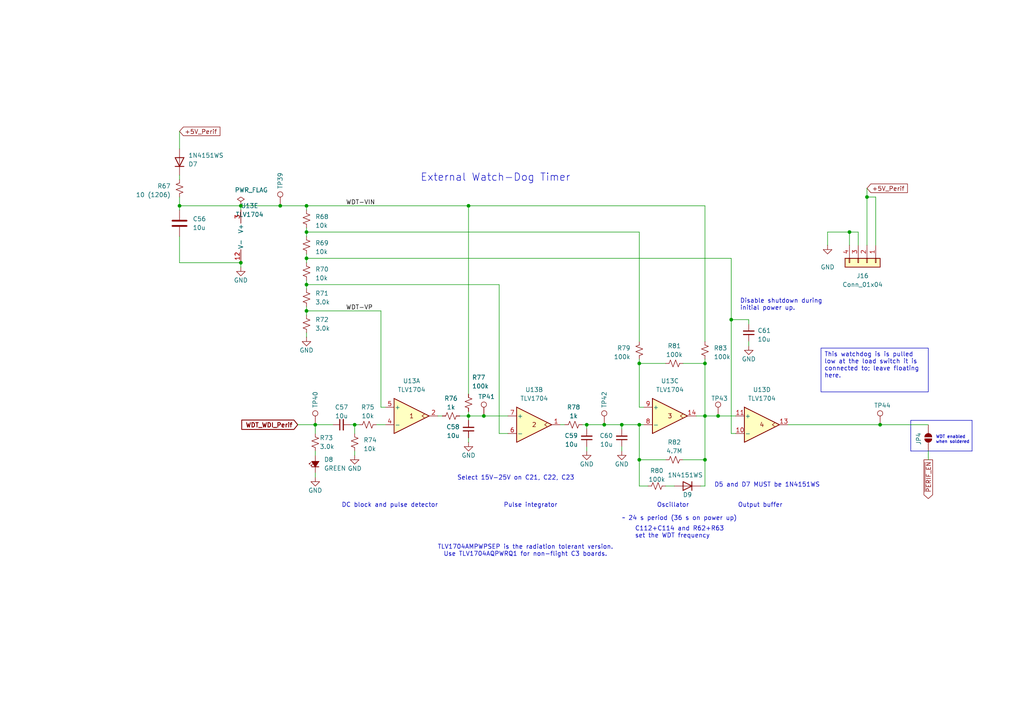
<source format=kicad_sch>
(kicad_sch (version 20250114) (generator "eeschema") (generator_version "9.0")
  (paper "A4")
  (lib_symbols
    (symbol "Connector:TestPoint" (pin_numbers (hide yes)) (pin_names (offset 0.762) (hide yes))
      (property "Reference" "TP" (at 0 6.858 0))
      (property "Value" "TestPoint" (at 0 5.08 0))
      (symbol "TestPoint_0_1"
        (circle (center 0 3.302) (radius 0.762))
      )
      (symbol "TestPoint_1_1"
        (pin passive line (at 0 0 90) (length 2.54) (name "1") (number "1"))
      )
    )
    (symbol "Connector_Generic:Conn_01x04" (pin_names (offset 1.016) (hide yes))
      (property "Reference" "J" (at 0 5.08 0))
      (property "Value" "Conn_01x04" (at 0 -7.62 0))
      (symbol "Conn_01x04_1_1"
        (rectangle (start -1.27 3.81) (end 1.27 -6.35) (stroke (width 0.254)) (fill (type background)))
        (rectangle (start -1.27 2.667) (end 0 2.413) (stroke (width 0.1524)))
        (rectangle (start -1.27 0.127) (end 0 -0.127) (stroke (width 0.1524)))
        (rectangle (start -1.27 -2.413) (end 0 -2.667) (stroke (width 0.1524)))
        (rectangle (start -1.27 -4.953) (end 0 -5.207) (stroke (width 0.1524)))
        (pin passive line (at -5.08 2.54 0) (length 3.81) (name "Pin_1") (number "1"))
        (pin passive line (at -5.08 0 0) (length 3.81) (name "Pin_2") (number "2"))
        (pin passive line (at -5.08 -2.54 0) (length 3.81) (name "Pin_3") (number "3"))
        (pin passive line (at -5.08 -5.08 0) (length 3.81) (name "Pin_4") (number "4"))
      )
    )
    (symbol "Device:C" (pin_numbers (hide yes)) (pin_names (offset 0.254))
      (property "Reference" "C" (at 0.635 2.54 0))
      (property "Value" "C" (at 0.635 -2.54 0))
      (symbol "C_0_1"
        (polyline (pts (xy -2.032 0.762) (xy 2.032 0.762)) (stroke (width 0.508)))
        (polyline (pts (xy -2.032 -0.762) (xy 2.032 -0.762)) (stroke (width 0.508)))
      )
      (symbol "C_1_1"
        (pin passive line (at 0 3.81 270) (length 2.794) (name "~") (number "1"))
        (pin passive line (at 0 -3.81 90) (length 2.794) (name "~") (number "2"))
      )
    )
    (symbol "Device:C_Small" (pin_numbers (hide yes)) (pin_names (offset 0.254) (hide yes))
      (property "Reference" "C" (at 0.254 1.778 0))
      (property "Value" "C_Small" (at 0.254 -2.032 0))
      (symbol "C_Small_0_1"
        (polyline (pts (xy -1.524 0.508) (xy 1.524 0.508)) (stroke (width 0.3048)))
        (polyline (pts (xy -1.524 -0.508) (xy 1.524 -0.508)) (stroke (width 0.3302)))
      )
      (symbol "C_Small_1_1"
        (pin passive line (at 0 2.54 270) (length 2.032) (name "~") (number "1"))
        (pin passive line (at 0 -2.54 90) (length 2.032) (name "~") (number "2"))
      )
    )
    (symbol "Device:LED_Small_Filled" (pin_numbers (hide yes)) (pin_names (offset 0.254) (hide yes))
      (property "Reference" "D" (at -1.27 3.175 0))
      (property "Value" "LED_Small_Filled" (at -4.445 -2.54 0))
      (symbol "LED_Small_Filled_0_1"
        (polyline (pts (xy -0.762 -1.016) (xy -0.762 1.016)) (stroke (width 0.254)))
        (polyline (pts (xy 0 0.762) (xy -0.508 1.27) (xy -0.254 1.27) (xy -0.508 1.27) (xy -0.508 1.016)))
        (polyline (pts (xy 0.508 1.27) (xy 0 1.778) (xy 0.254 1.778) (xy 0 1.778) (xy 0 1.524)))
        (polyline (pts (xy 0.762 -1.016) (xy -0.762 0) (xy 0.762 1.016) (xy 0.762 -1.016)) (stroke (width 0.254)) (fill (type outline)))
        (polyline (pts (xy 1.016 0) (xy -0.762 0)))
      )
      (symbol "LED_Small_Filled_1_1"
        (pin passive line (at -2.54 0 0) (length 1.778) (name "K") (number "1"))
        (pin passive line (at 2.54 0 180) (length 1.778) (name "A") (number "2"))
      )
    )
    (symbol "Device:R_Small_US" (pin_numbers (hide yes)) (pin_names (offset 0.254) (hide yes))
      (property "Reference" "R" (at 0.762 0.508 0))
      (property "Value" "R_Small_US" (at 0.762 -1.016 0))
      (symbol "R_Small_US_1_1"
        (polyline (pts (xy 0 1.524) (xy 1.016 1.143) (xy 0 0.762) (xy -1.016 0.381) (xy 0 0)))
        (polyline (pts (xy 0 0) (xy 1.016 -0.381) (xy 0 -0.762) (xy -1.016 -1.143) (xy 0 -1.524)))
        (pin passive line (at 0 2.54 270) (length 1.016) (name "~") (number "1"))
        (pin passive line (at 0 -2.54 90) (length 1.016) (name "~") (number "2"))
      )
    )
    (symbol "Jumper:SolderJumper_2_Open" (pin_numbers (hide yes)) (pin_names (offset 0) (hide yes)) (exclude_from_sim yes) (in_bom no)
      (property "Reference" "JP" (at 0 2.032 0))
      (property "Value" "SolderJumper_2_Open" (at 0 -2.54 0))
      (symbol "SolderJumper_2_Open_0_1"
        (polyline (pts (xy -0.254 1.016) (xy -0.254 -1.016)))
        (arc (start -0.254 -1.016) (mid -1.2656 0) (end -0.254 1.016))
        (arc (start -0.254 -1.016) (mid -1.2656 0) (end -0.254 1.016) (fill (type outline)))
        (arc (start 0.254 1.016) (mid 1.2656 0) (end 0.254 -1.016))
        (arc (start 0.254 1.016) (mid 1.2656 0) (end 0.254 -1.016) (fill (type outline)))
        (polyline (pts (xy 0.254 1.016) (xy 0.254 -1.016)))
      )
      (symbol "SolderJumper_2_Open_1_1"
        (pin passive line (at -3.81 0 0) (length 2.54) (name "A") (number "1"))
        (pin passive line (at 3.81 0 180) (length 2.54) (name "B") (number "2"))
      )
    )
    (symbol "easyeda2kicad:1N141WS" (pin_numbers (hide yes)) (pin_names (offset 1.016) (hide yes))
      (property "Reference" "D" (at 0 2.54 0))
      (property "Value" "1N141WS" (at 0 -2.54 0))
      (symbol "1N141WS_0_1"
        (polyline (pts (xy -1.27 1.27) (xy -1.27 -1.27)) (stroke (width 0.254)))
        (polyline (pts (xy 1.27 1.27) (xy 1.27 -1.27) (xy -1.27 0) (xy 1.27 1.27)) (stroke (width 0.254)))
        (polyline (pts (xy 1.27 0) (xy -1.27 0)))
      )
      (symbol "1N141WS_1_1"
        (pin passive line (at -3.81 0 0) (length 2.54) (name "K") (number "1"))
        (pin passive line (at 3.81 0 180) (length 2.54) (name "A") (number "2"))
      )
    )
    (symbol "easyeda2kicad:TLV1704AIPWR" (pin_names (offset 0.127))
      (property "Reference" "U14" (at 0 10.16 0))
      (property "Value" "TLV1704" (at 0 7.62 0))
      (symbol "TLV1704AIPWR_1_1"
        (polyline (pts (xy -5.08 5.08) (xy 5.08 0) (xy -5.08 -5.08) (xy -5.08 5.08)) (stroke (width 0.254)) (fill (type background)))
        (polyline (pts (xy 3.048 0) (xy 3.81 -0.635)))
        (polyline (pts (xy 3.81 0.635) (xy 3.048 0)))
        (text "1" (at 0 0 0) (effects (font (size 1.27 1.27))))
        (pin input line (at -7.62 2.54 0) (length 2.54) (name "+") (number "5"))
        (pin input line (at -7.62 -2.54 0) (length 2.54) (name "-") (number "4"))
        (pin open_collector line (at 7.62 0 180) (length 2.54) (name "~") (number "2"))
      )
      (symbol "TLV1704AIPWR_2_1"
        (polyline (pts (xy -5.08 5.08) (xy 5.08 0) (xy -5.08 -5.08) (xy -5.08 5.08)) (stroke (width 0.254)) (fill (type background)))
        (polyline (pts (xy 3.048 0) (xy 3.81 -0.635)))
        (polyline (pts (xy 3.81 0.635) (xy 3.048 0)))
        (text "2" (at 0 0 0) (effects (font (size 1.27 1.27))))
        (pin input line (at -7.62 2.54 0) (length 2.54) (name "+") (number "7"))
        (pin input line (at -7.62 -2.54 0) (length 2.54) (name "-") (number "6"))
        (pin open_collector line (at 7.62 0 180) (length 2.54) (name "~") (number "1"))
      )
      (symbol "TLV1704AIPWR_3_1"
        (polyline (pts (xy -5.08 5.08) (xy 5.08 0) (xy -5.08 -5.08) (xy -5.08 5.08)) (stroke (width 0.254)) (fill (type background)))
        (polyline (pts (xy 3.048 0) (xy 3.81 -0.635)))
        (polyline (pts (xy 3.81 0.635) (xy 3.048 0)))
        (text "3" (at 0 0 0) (effects (font (size 1.27 1.27))))
        (pin input line (at -7.62 2.54 0) (length 2.54) (name "+") (number "9"))
        (pin input line (at -7.62 -2.54 0) (length 2.54) (name "-") (number "8"))
        (pin open_collector line (at 7.62 0 180) (length 2.54) (name "~") (number "14"))
      )
      (symbol "TLV1704AIPWR_4_1"
        (polyline (pts (xy -5.08 5.08) (xy 5.08 0) (xy -5.08 -5.08) (xy -5.08 5.08)) (stroke (width 0.254)) (fill (type background)))
        (polyline (pts (xy 3.048 0) (xy 3.81 -0.635)))
        (polyline (pts (xy 3.81 0.635) (xy 3.048 0)))
        (text "4" (at 0 0 0) (effects (font (size 1.27 1.27))))
        (pin input line (at -7.62 2.54 0) (length 2.54) (name "+") (number "11"))
        (pin input line (at -7.62 -2.54 0) (length 2.54) (name "-") (number "10"))
        (pin open_collector line (at 7.62 0 180) (length 2.54) (name "~") (number "13"))
      )
      (symbol "TLV1704AIPWR_5_1"
        (pin power_in line (at -2.54 7.62 270) (length 3.81) (name "V+") (number "3"))
        (pin power_in line (at -2.54 -7.62 90) (length 3.81) (name "V-") (number "12"))
      )
    )
    (symbol "power:GND" (power) (pin_numbers (hide yes)) (pin_names (offset 0) (hide yes))
      (property "Value" "GND" (at 0 -3.81 0))
      (symbol "GND_0_1"
        (polyline (pts (xy 0 0) (xy 0 -1.27) (xy 1.27 -1.27) (xy 0 -2.54) (xy -1.27 -1.27) (xy 0 -1.27)))
      )
      (symbol "GND_1_1"
        (pin power_in line (at 0 0 270) (length 0) (name "~") (number "1"))
      )
    )
    (symbol "power:PWR_FLAG" (power) (pin_numbers (hide yes)) (pin_names (offset 0) (hide yes))
      (property "Value" "PWR_FLAG" (at 0 3.81 0))
      (symbol "PWR_FLAG_0_0"
        (pin power_out line (at 0 0 90) (length 0) (name "~") (number "1"))
      )
      (symbol "PWR_FLAG_0_1"
        (polyline (pts (xy 0 0) (xy 0 1.27) (xy -1.016 1.905) (xy 0 2.54) (xy 1.016 1.905) (xy 0 1.27)))
      )
    )
  )
  (text "TLV1704AMPWPSEP is the radiation tolerant version.\nUse TLV1704AQPWRQ1 for non-flight C3 boards." (at 152.4 159.766 0) (effects (font (size 1.27 1.27))))
  (text "Oscillator" (at 190.5 147.32 0) (effects (font (size 1.27 1.27)) (justify left bottom)))
  (text "External Watch-Dog Timer" (at 121.92 52.832 0) (effects (font (size 2.159 2.159)) (justify left bottom)))
  (text "Disable shutdown during\ninitial power up." (at 214.63 90.17 0) (effects (font (size 1.27 1.27)) (justify left bottom)))
  (text "Pulse integrator" (at 146.05 147.32 0) (effects (font (size 1.27 1.27)) (justify left bottom)))
  (text "C112+C114 and R62+R63 \nset the WDT frequency" (at 184.15 156.21 0) (effects (font (size 1.27 1.27)) (justify left bottom)))
  (text "~ 24 s period (36 s on power up)" (at 180.34 151.13 0) (effects (font (size 1.27 1.27)) (justify left bottom)))
  (text "D5 and D7 MUST be 1N4151WS" (at 222.504 140.716 0) (effects (font (size 1.27 1.27))))
  (text "Select 15V-25V on C21, C22, C23" (at 149.606 138.684 0) (effects (font (size 1.27 1.27))))
  (text "Output buffer" (at 213.995 147.32 0) (effects (font (size 1.27 1.27)) (justify left bottom)))
  (text "WDT enabled\nwhen soldered" (at 271.399 128.778 0) (effects (font (size 0.889 0.889)) (justify left bottom)))
  (text "DC block and pulse detector" (at 99.06 147.32 0) (effects (font (size 1.27 1.27)) (justify left bottom)))
  (text_box "This watchdog is is pulled low at the load switch it is connected to; leave floating here." (at 238.125 100.965 0) (size 31.115 12.7) (margins 0.9525 0.9525 0.9525 0.9525) (effects (font (size 1.27 1.27)) (justify left top)))
  (junction (at 102.87 123.19))
  (junction (at 204.47 120.65))
  (junction (at 88.9 74.93))
  (junction (at 204.47 105.41))
  (junction (at 88.9 90.17))
  (junction (at 204.47 133.35))
  (junction (at 185.42 105.41))
  (junction (at 52.07 59.69))
  (junction (at 185.42 133.35))
  (junction (at 180.34 123.19))
  (junction (at 81.28 59.69))
  (junction (at 255.27 123.19))
  (junction (at 246.38 67.31))
  (junction (at 135.89 59.69))
  (junction (at 251.46 57.15))
  (junction (at 185.42 123.19))
  (junction (at 88.9 59.69))
  (junction (at 91.44 123.19))
  (junction (at 69.85 59.69))
  (junction (at 175.26 123.19))
  (junction (at 170.18 123.19))
  (junction (at 208.28 120.65))
  (junction (at 212.09 92.71))
  (junction (at 69.85 76.2))
  (junction (at 135.89 120.65))
  (junction (at 88.9 67.31))
  (junction (at 88.9 82.55))
  (junction (at 140.335 120.65))
  (wire (pts (xy 88.9 82.55) (xy 88.9 83.82)))
  (wire (pts (xy 88.9 90.17) (xy 88.9 91.44)))
  (wire (pts (xy 217.17 100.33) (xy 217.17 99.06)))
  (wire (pts (xy 246.38 67.31) (xy 240.03 67.31)))
  (wire (pts (xy 180.34 123.19) (xy 185.42 123.19)))
  (wire (pts (xy 69.85 77.47) (xy 69.85 76.2)))
  (wire (pts (xy 88.9 90.17) (xy 110.49 90.17)))
  (wire (pts (xy 135.89 120.65) (xy 140.335 120.65)))
  (wire (pts (xy 204.47 140.97) (xy 204.47 133.35)))
  (wire (pts (xy 88.9 82.55) (xy 144.78 82.55)))
  (wire (pts (xy 110.49 90.17) (xy 110.49 118.11)))
  (wire (pts (xy 162.56 123.19) (xy 163.83 123.19)))
  (wire (pts (xy 175.26 123.19) (xy 180.34 123.19)))
  (wire (pts (xy 88.9 67.31) (xy 185.42 67.31)))
  (wire (pts (xy 81.28 59.69) (xy 88.9 59.69)))
  (wire (pts (xy 212.09 92.71) (xy 217.17 92.71)))
  (wire (pts (xy 88.9 81.28) (xy 88.9 82.55)))
  (wire (pts (xy 251.46 57.15) (xy 254 57.15)))
  (wire (pts (xy 212.09 92.71) (xy 212.09 125.73)))
  (wire (pts (xy 52.07 68.58) (xy 52.07 76.2)))
  (wire (pts (xy 86.36 123.19) (xy 91.44 123.19)))
  (wire (pts (xy 204.47 104.14) (xy 204.47 105.41)))
  (wire (pts (xy 217.17 93.98) (xy 217.17 92.71)))
  (wire (pts (xy 52.07 50.8) (xy 52.07 52.07)))
  (wire (pts (xy 201.93 120.65) (xy 204.47 120.65)))
  (wire (pts (xy 251.46 71.12) (xy 251.46 57.15)))
  (wire (pts (xy 102.87 130.81) (xy 102.87 132.08)))
  (wire (pts (xy 204.47 105.41) (xy 204.47 120.65)))
  (wire (pts (xy 133.35 120.65) (xy 135.89 120.65)))
  (wire (pts (xy 248.92 67.31) (xy 248.92 71.12)))
  (wire (pts (xy 185.42 140.97) (xy 187.96 140.97)))
  (wire (pts (xy 269.24 130.81) (xy 269.24 133.35)))
  (wire (pts (xy 88.9 88.9) (xy 88.9 90.17)))
  (wire (pts (xy 228.6 123.19) (xy 255.27 123.19)))
  (wire (pts (xy 52.07 59.69) (xy 52.07 60.96)))
  (wire (pts (xy 185.42 104.14) (xy 185.42 105.41)))
  (wire (pts (xy 246.38 71.12) (xy 246.38 67.31)))
  (wire (pts (xy 204.47 120.65) (xy 208.28 120.65)))
  (wire (pts (xy 140.335 120.65) (xy 147.32 120.65)))
  (wire (pts (xy 52.07 57.15) (xy 52.07 59.69)))
  (wire (pts (xy 185.42 140.97) (xy 185.42 133.35)))
  (wire (pts (xy 135.89 128.27) (xy 135.89 127)))
  (wire (pts (xy 88.9 73.66) (xy 88.9 74.93)))
  (wire (pts (xy 91.44 125.73) (xy 91.44 123.19)))
  (wire (pts (xy 193.04 140.97) (xy 195.58 140.97)))
  (wire (pts (xy 255.27 123.19) (xy 269.24 123.19)))
  (wire (pts (xy 170.18 123.19) (xy 175.26 123.19)))
  (wire (pts (xy 203.2 140.97) (xy 204.47 140.97)))
  (wire (pts (xy 185.42 99.06) (xy 185.42 67.31)))
  (wire (pts (xy 91.44 130.81) (xy 91.44 132.08)))
  (polyline (pts (xy 264.16 121.92) (xy 281.94 121.92)))
  (polyline (pts (xy 264.16 130.81) (xy 264.16 121.92)))
  (wire (pts (xy 185.42 118.11) (xy 185.42 105.41)))
  (wire (pts (xy 193.04 133.35) (xy 185.42 133.35)))
  (wire (pts (xy 135.89 59.69) (xy 135.89 114.3)))
  (wire (pts (xy 135.89 120.65) (xy 135.89 121.92)))
  (wire (pts (xy 102.87 123.19) (xy 102.87 125.73)))
  (wire (pts (xy 135.89 120.65) (xy 135.89 119.38)))
  (wire (pts (xy 212.09 74.93) (xy 212.09 92.71)))
  (wire (pts (xy 198.12 133.35) (xy 204.47 133.35)))
  (wire (pts (xy 88.9 74.93) (xy 212.09 74.93)))
  (wire (pts (xy 69.85 60.96) (xy 69.85 59.69)))
  (wire (pts (xy 69.85 59.69) (xy 81.28 59.69)))
  (wire (pts (xy 88.9 67.31) (xy 88.9 68.58)))
  (wire (pts (xy 88.9 96.52) (xy 88.9 97.79)))
  (wire (pts (xy 52.07 59.69) (xy 69.85 59.69)))
  (wire (pts (xy 135.89 59.69) (xy 88.9 59.69)))
  (wire (pts (xy 52.07 38.1) (xy 52.07 43.18)))
  (wire (pts (xy 170.18 123.19) (xy 170.18 124.46)))
  (wire (pts (xy 198.12 105.41) (xy 204.47 105.41)))
  (wire (pts (xy 180.34 124.46) (xy 180.34 123.19)))
  (wire (pts (xy 135.89 59.69) (xy 204.47 59.69)))
  (polyline (pts (xy 281.94 121.92) (xy 281.94 130.81)))
  (wire (pts (xy 88.9 60.96) (xy 88.9 59.69)))
  (wire (pts (xy 91.44 138.43) (xy 91.44 137.16)))
  (wire (pts (xy 208.28 120.65) (xy 213.36 120.65)))
  (wire (pts (xy 185.42 133.35) (xy 185.42 123.19)))
  (wire (pts (xy 88.9 74.93) (xy 88.9 76.2)))
  (wire (pts (xy 144.78 125.73) (xy 147.32 125.73)))
  (wire (pts (xy 180.34 130.81) (xy 180.34 129.54)))
  (wire (pts (xy 144.78 82.55) (xy 144.78 125.73)))
  (wire (pts (xy 185.42 105.41) (xy 193.04 105.41)))
  (wire (pts (xy 240.03 67.31) (xy 240.03 71.12)))
  (wire (pts (xy 127 120.65) (xy 128.27 120.65)))
  (wire (pts (xy 168.91 123.19) (xy 170.18 123.19)))
  (wire (pts (xy 246.38 67.31) (xy 248.92 67.31)))
  (wire (pts (xy 170.18 130.81) (xy 170.18 129.54)))
  (wire (pts (xy 186.69 118.11) (xy 185.42 118.11)))
  (wire (pts (xy 52.07 76.2) (xy 69.85 76.2)))
  (wire (pts (xy 101.6 123.19) (xy 102.87 123.19)))
  (wire (pts (xy 102.87 123.19) (xy 104.14 123.19)))
  (wire (pts (xy 204.47 99.06) (xy 204.47 59.69)))
  (wire (pts (xy 251.46 57.15) (xy 251.46 54.61)))
  (wire (pts (xy 212.09 125.73) (xy 213.36 125.73)))
  (wire (pts (xy 204.47 133.35) (xy 204.47 120.65)))
  (wire (pts (xy 254 57.15) (xy 254 71.12)))
  (wire (pts (xy 88.9 66.04) (xy 88.9 67.31)))
  (polyline (pts (xy 281.94 130.81) (xy 264.16 130.81)))
  (wire (pts (xy 185.42 123.19) (xy 186.69 123.19)))
  (wire (pts (xy 91.44 123.19) (xy 96.52 123.19)))
  (wire (pts (xy 110.49 118.11) (xy 111.76 118.11)))
  (wire (pts (xy 109.22 123.19) (xy 111.76 123.19)))
  (label "WDT-VP" (at 100.33 90.17 0))
  (label "WDT-VIN" (at 100.33 59.69 0))
  (global_label "WDT_WDI_Perif" (shape input) (at 86.36 123.19 180) (effects (font (thickness 0.254) (bold yes))) (property "Intersheetrefs" "${INTERSHEET_REFS}" (effects (hide yes))))
  (global_label "+5V_Perif" (shape input) (at 251.46 54.61 0) (property "Intersheetrefs" "${INTERSHEET_REFS}" (effects (hide yes))))
  (global_label "+5V_Perif" (shape input) (at 52.07 38.1 0) (property "Intersheetrefs" "${INTERSHEET_REFS}" (effects (hide yes))))
  (global_label "~{PERIF_EN}" (shape output) (at 269.24 133.35 270) (property "Intersheetrefs" "${INTERSHEET_REFS}" (effects (hide yes))))
  (symbol (lib_id "easyeda2kicad:1N141WS") (at 199.39 140.97 180) (unit 1)
    (property "Reference" "D9" (at 199.39 143.51 0))
    (property "Value" "1N4151WS" (at 198.755 137.795 0))
    (property "Footprint" "easyeda2kicad:SODFL2512X100N" (effects (hide yes)))
    (property "Description" "Diode" (effects (hide yes)))
    (property "DPN" "112-1N4151WS-E3-08CT-ND" (effects (hide yes)))
    (property "DST" "Digi-Key" (effects (hide yes)))
    (property "MFR" "Vishay" (effects (hide yes)))
    (property "MPN" "1N4151WS-E3-08" (effects (hide yes)))
    (property "Sim.Device" "D" (effects (hide yes)))
    (property "Sim.Pins" "1=K 2=A" (effects (hide yes)))
  )
  (symbol (lib_id "power:PWR_FLAG") (at 69.85 59.69 0) (unit 1)
    (property "Reference" "#FLG011" (effects (hide yes)))
    (property "Value" "PWR_FLAG" (at 72.898 55.118 0))
    (property "Description" "Special symbol for telling ERC where power comes from" (effects (hide yes)))
  )
  (symbol (lib_id "Device:R_Small_US") (at 166.37 123.19 90) (unit 1)
    (property "Reference" "R78" (at 166.37 118.11 90))
    (property "Value" "1k" (at 166.37 120.65 90))
    (property "Footprint" "Resistor_SMD:R_0603_1608Metric" (effects (hide yes)))
    (property "Description" "Resistor, small US symbol" (effects (hide yes)))
    (property "DPN" "RMCF0603FT1K00CT-ND" (effects (hide yes)))
    (property "DST" "Digi-Key" (effects (hide yes)))
    (property "MFR" "Stackpole Electronics Inc" (effects (hide yes)))
    (property "MPN" "RMCF0603FT1K00" (effects (hide yes)))
    (property "LCSC" "C13163" (effects (hide yes)))
  )
  (symbol (lib_id "power:GND") (at 180.34 130.81 0) (mirror y) (unit 1)
    (property "Reference" "#PWR083" (effects (hide yes)))
    (property "Value" "GND" (at 180.34 134.62 0))
    (property "Description" "Power symbol creates a global label with name \"GND\" , ground" (effects (hide yes)))
  )
  (symbol (lib_id "Device:R_Small_US") (at 91.44 128.27 0) (unit 1)
    (property "Reference" "R73" (at 92.71 127 0) (effects (justify left)))
    (property "Value" "3.0k" (at 92.71 129.54 0) (effects (justify left)))
    (property "Footprint" "Resistor_SMD:R_0603_1608Metric" (effects (hide yes)))
    (property "Description" "Resistor, small US symbol" (effects (hide yes)))
    (property "DPN" "RMCF0603FT3K00CT-ND" (effects (hide yes)))
    (property "DST" "Digi-Key" (effects (hide yes)))
    (property "MFR" "Stackpole Electronics Inc" (effects (hide yes)))
    (property "MPN" "RMCF0603FT3K00" (effects (hide yes)))
    (property "LCSC" "C4211" (effects (hide yes)))
  )
  (symbol (lib_id "Device:R_Small_US") (at 195.58 105.41 90) (unit 1)
    (property "Reference" "R81" (at 195.58 100.33 90))
    (property "Value" "100k" (at 195.58 102.87 90))
    (property "Footprint" "Resistor_SMD:R_0603_1608Metric" (effects (hide yes)))
    (property "Description" "Resistor, small US symbol" (effects (hide yes)))
    (property "DPN" "RMCF0603FT100KCT-ND" (effects (hide yes)))
    (property "DST" "Digi-Key" (effects (hide yes)))
    (property "MFR" "Stackpole Electronics Inc" (effects (hide yes)))
    (property "MPN" "RMCF0603FT100K" (effects (hide yes)))
    (property "LCSC" "C14675" (effects (hide yes)))
  )
  (symbol (lib_id "Connector_Generic:Conn_01x04") (at 251.46 76.2 270) (unit 1)
    (property "Reference" "J16" (at 250.19 80.01 90))
    (property "Value" "Conn_01x04" (at 250.19 82.55 90))
    (property "Footprint" "Connector_PinSocket_2.54mm:PinSocket_1x04_P2.54mm_Vertical" (effects (hide yes)))
    (property "Description" "Generic connector, single row, 01x04, script generated (kicad-library-utils/schlib/autogen/connector/)" (effects (hide yes)))
  )
  (symbol (lib_id "easyeda2kicad:TLV1704AIPWR") (at 220.98 123.19 0) (unit 4)
    (property "Reference" "U13" (at 220.98 113.03 0))
    (property "Value" "TLV1704" (at 220.98 115.57 0))
    (property "Footprint" "Package_SO:TSSOP-14_4.4x5mm_P0.65mm" (effects (hide yes)))
    (property "Datasheet" "https://www.ti.com/lit/ds/symlink/tlv1704-sep.pdf" (effects (hide yes)))
    (property "Description" "Analog Comparators 2.2-V to 36-V, radiation tolerant microPower quad comparator in space enhanced plastic 14-TSSOP -55 to 125" (effects (hide yes)))
    (property "MFR" "Texas Instruments" (effects (hide yes)))
    (property "MPN" "TLV1704AQPWRQ1" (effects (hide yes)))
    (property "DST" "Digi-Key" (effects (hide yes)))
    (property "DPN" "296-43799-2-ND" (effects (hide yes)))
    (property "LCSC" "C181596" (effects (hide yes)))
  )
  (symbol (lib_id "Device:R_Small_US") (at 130.81 120.65 90) (unit 1)
    (property "Reference" "R76" (at 130.81 115.57 90))
    (property "Value" "1k" (at 130.81 118.11 90))
    (property "Footprint" "Resistor_SMD:R_0603_1608Metric" (effects (hide yes)))
    (property "Description" "Resistor, small US symbol" (effects (hide yes)))
    (property "DPN" "RMCF0603FT1K00CT-ND" (effects (hide yes)))
    (property "DST" "Digi-Key" (effects (hide yes)))
    (property "MFR" "Stackpole Electronics Inc" (effects (hide yes)))
    (property "MPN" "RMCF0603FT1K00" (effects (hide yes)))
    (property "LCSC" "C13163" (effects (hide yes)))
  )
  (symbol (lib_id "Device:C_Small") (at 217.17 96.52 180) (unit 1)
    (property "Reference" "C61" (at 219.71 95.8786 0) (effects (justify right)))
    (property "Value" "10u" (at 219.71 98.4186 0) (effects (justify right)))
    (property "Footprint" "Capacitor_SMD:C_1210_3225Metric" (effects (hide yes)))
    (property "Description" "Unpolarized capacitor, small symbol" (effects (hide yes)))
    (property "DPN" "490-12317-1-ND" (effects (hide yes)))
    (property "DST" "Digi-Key" (effects (hide yes)))
    (property "MFR" "Murata" (effects (hide yes)))
    (property "MPN" "GRT188R61C106KE13D" (effects (hide yes)))
  )
  (symbol (lib_id "Device:C_Small") (at 170.18 127 0) (mirror x) (unit 1)
    (property "Reference" "C59" (at 167.64 126.3586 0) (effects (justify right)))
    (property "Value" "10u" (at 167.64 128.8986 0) (effects (justify right)))
    (property "Footprint" "Capacitor_SMD:C_1210_3225Metric" (effects (hide yes)))
    (property "Description" "Unpolarized capacitor, small symbol" (effects (hide yes)))
    (property "DPN" "490-12317-1-ND" (effects (hide yes)))
    (property "DST" "Digi-Key" (effects (hide yes)))
    (property "MFR" "Murata" (effects (hide yes)))
    (property "MPN" "GRT188R61C106KE13D" (effects (hide yes)))
  )
  (symbol (lib_id "Device:R_Small_US") (at 88.9 71.12 0) (unit 1)
    (property "Reference" "R69" (at 91.44 70.485 0) (effects (justify left)))
    (property "Value" "10k" (at 91.44 73.025 0) (effects (justify left)))
    (property "Footprint" "Resistor_SMD:R_0603_1608Metric" (effects (hide yes)))
    (property "Description" "Resistor, small US symbol" (effects (hide yes)))
    (property "DPN" "RMCF0603FT10K0CT-ND" (effects (hide yes)))
    (property "DST" "Digi-Key" (effects (hide yes)))
    (property "MFR" "Stackpole Electronics Inc" (effects (hide yes)))
    (property "MPN" "RMCF0603FT10K0" (effects (hide yes)))
    (property "LCSC" "C13564" (effects (hide yes)))
  )
  (symbol (lib_id "power:GND") (at 135.89 128.27 0) (unit 1)
    (property "Reference" "#PWR080" (effects (hide yes)))
    (property "Value" "GND" (at 135.89 132.08 0))
    (property "Description" "Power symbol creates a global label with name \"GND\" , ground" (effects (hide yes)))
  )
  (symbol (lib_id "Device:C_Small") (at 180.34 127 0) (mirror x) (unit 1)
    (property "Reference" "C60" (at 177.8 126.3586 0) (effects (justify right)))
    (property "Value" "10u" (at 177.8 128.8986 0) (effects (justify right)))
    (property "Footprint" "Capacitor_SMD:C_1210_3225Metric" (effects (hide yes)))
    (property "Description" "Unpolarized capacitor, small symbol" (effects (hide yes)))
    (property "DPN" "490-12317-1-ND" (effects (hide yes)))
    (property "DST" "Digi-Key" (effects (hide yes)))
    (property "MFR" "Murata" (effects (hide yes)))
    (property "MPN" "GRT188R61C106KE13D" (effects (hide yes)))
  )
  (symbol (lib_id "Jumper:SolderJumper_2_Open") (at 269.24 127 270) (unit 1)
    (property "Reference" "JP4" (at 266.446 127.254 0))
    (property "Value" "SolderJumper_2_Open" (effects (hide yes)))
    (property "Footprint" "Jumper:SolderJumper-2_P1.3mm_Open_RoundedPad1.0x1.5mm" (effects (hide yes)))
    (property "Description" "Solder Jumper, 2-pole, open" (effects (hide yes)))
  )
  (symbol (lib_id "Device:R_Small_US") (at 204.47 101.6 180) (unit 1)
    (property "Reference" "R83" (at 207.01 100.965 0) (effects (justify right)))
    (property "Value" "100k" (at 207.01 103.505 0) (effects (justify right)))
    (property "Footprint" "Resistor_SMD:R_0603_1608Metric" (effects (hide yes)))
    (property "Description" "Resistor, small US symbol" (effects (hide yes)))
    (property "DPN" "RMCF0603FT100KCT-ND" (effects (hide yes)))
    (property "DST" "Digi-Key" (effects (hide yes)))
    (property "MFR" "Stackpole Electronics Inc" (effects (hide yes)))
    (property "MPN" "RMCF0603FT100K" (effects (hide yes)))
    (property "LCSC" "C14675" (effects (hide yes)))
  )
  (symbol (lib_id "Connector:TestPoint") (at 91.44 123.19 0) (unit 1)
    (property "Reference" "TP40" (at 91.44 118.364 90) (effects (justify left)))
    (property "Value" "TestPoint" (effects (hide yes)))
    (property "Footprint" "TestPoint:TestPoint_Pad_1.0x1.0mm" (effects (hide yes)))
    (property "Description" "test point" (effects (hide yes)))
  )
  (symbol (lib_id "power:GND") (at 217.17 100.33 0) (mirror y) (unit 1)
    (property "Reference" "#PWR085" (effects (hide yes)))
    (property "Value" "GND" (at 217.17 104.14 0))
    (property "Description" "Power symbol creates a global label with name \"GND\" , ground" (effects (hide yes)))
  )
  (symbol (lib_id "Device:R_Small_US") (at 102.87 128.27 0) (unit 1)
    (property "Reference" "R74" (at 105.41 127.635 0) (effects (justify left)))
    (property "Value" "10k" (at 105.41 130.175 0) (effects (justify left)))
    (property "Footprint" "Resistor_SMD:R_0603_1608Metric" (effects (hide yes)))
    (property "Description" "Resistor, small US symbol" (effects (hide yes)))
    (property "DPN" "RMCF0603FT10K0CT-ND" (effects (hide yes)))
    (property "DST" "Digi-Key" (effects (hide yes)))
    (property "MFR" "Stackpole Electronics Inc" (effects (hide yes)))
    (property "MPN" "RMCF0603FT10K0" (effects (hide yes)))
    (property "LCSC" "C13564" (effects (hide yes)))
  )
  (symbol (lib_id "easyeda2kicad:TLV1704AIPWR") (at 154.94 123.19 0) (unit 2)
    (property "Reference" "U13" (at 154.94 113.03 0))
    (property "Value" "TLV1704" (at 154.94 115.57 0))
    (property "Footprint" "Package_SO:TSSOP-14_4.4x5mm_P0.65mm" (effects (hide yes)))
    (property "Datasheet" "https://www.ti.com/lit/ds/symlink/tlv1704-sep.pdf" (effects (hide yes)))
    (property "Description" "Analog Comparators 2.2-V to 36-V, radiation tolerant microPower quad comparator in space enhanced plastic 14-TSSOP -55 to 125" (effects (hide yes)))
    (property "MFR" "Texas Instruments" (effects (hide yes)))
    (property "MPN" "TLV1704AQPWRQ1" (effects (hide yes)))
    (property "DST" "Digi-Key" (effects (hide yes)))
    (property "DPN" "296-43799-2-ND" (effects (hide yes)))
    (property "LCSC" "C181596" (effects (hide yes)))
  )
  (symbol (lib_id "Connector:TestPoint") (at 140.335 120.65 0) (unit 1)
    (property "Reference" "TP41" (at 138.684 115.062 0) (effects (justify left)))
    (property "Value" "TestPoint" (effects (hide yes)))
    (property "Footprint" "TestPoint:TestPoint_Pad_1.0x1.0mm" (effects (hide yes)))
    (property "Description" "test point" (effects (hide yes)))
  )
  (symbol (lib_id "Device:R_Small_US") (at 106.68 123.19 90) (unit 1)
    (property "Reference" "R75" (at 106.68 118.11 90))
    (property "Value" "10k" (at 106.68 120.65 90))
    (property "Footprint" "Resistor_SMD:R_0603_1608Metric" (effects (hide yes)))
    (property "Description" "Resistor, small US symbol" (effects (hide yes)))
    (property "DPN" "RMCF0603FT10K0CT-ND" (effects (hide yes)))
    (property "DST" "Digi-Key" (effects (hide yes)))
    (property "MFR" "Stackpole Electronics Inc" (effects (hide yes)))
    (property "MPN" "RMCF0603FT10K0" (effects (hide yes)))
    (property "LCSC" "C13564" (effects (hide yes)))
  )
  (symbol (lib_id "power:GND") (at 102.87 132.08 0) (unit 1)
    (property "Reference" "#PWR079" (effects (hide yes)))
    (property "Value" "GND" (at 102.87 135.89 0))
    (property "Description" "Power symbol creates a global label with name \"GND\" , ground" (effects (hide yes)))
  )
  (symbol (lib_id "power:GND") (at 88.9 97.79 0) (unit 1)
    (property "Reference" "#PWR077" (effects (hide yes)))
    (property "Value" "GND" (at 88.9 101.6 0))
    (property "Description" "Power symbol creates a global label with name \"GND\" , ground" (effects (hide yes)))
  )
  (symbol (lib_id "power:GND") (at 240.03 71.12 0) (unit 1)
    (property "Reference" "#PWR081" (effects (hide yes)))
    (property "Value" "GND" (at 240.03 77.47 0))
    (property "Description" "Power symbol creates a global label with name \"GND\" , ground" (effects (hide yes)))
  )
  (symbol (lib_id "Connector:TestPoint") (at 255.27 123.19 0) (unit 1)
    (property "Reference" "TP44" (at 253.492 117.602 0) (effects (justify left)))
    (property "Value" "TestPoint" (effects (hide yes)))
    (property "Footprint" "TestPoint:TestPoint_Pad_1.0x1.0mm" (effects (hide yes)))
    (property "Description" "test point" (effects (hide yes)))
  )
  (symbol (lib_id "Device:C_Small") (at 135.89 124.46 0) (mirror x) (unit 1)
    (property "Reference" "C58" (at 133.35 123.8186 0) (effects (justify right)))
    (property "Value" "10u" (at 133.35 126.3586 0) (effects (justify right)))
    (property "Footprint" "Capacitor_SMD:C_1210_3225Metric" (effects (hide yes)))
    (property "Description" "Unpolarized capacitor, small symbol" (effects (hide yes)))
    (property "DPN" "490-12317-1-ND" (effects (hide yes)))
    (property "DST" "Digi-Key" (effects (hide yes)))
    (property "MFR" "Murata" (effects (hide yes)))
    (property "MPN" "GRT188R61C106KE13D" (effects (hide yes)))
  )
  (symbol (lib_id "Device:R_Small_US") (at 88.9 63.5 0) (unit 1)
    (property "Reference" "R68" (at 91.44 62.865 0) (effects (justify left)))
    (property "Value" "10k" (at 91.44 65.405 0) (effects (justify left)))
    (property "Footprint" "Resistor_SMD:R_0603_1608Metric" (effects (hide yes)))
    (property "Description" "Resistor, small US symbol" (effects (hide yes)))
    (property "DPN" "RMCF0603FT10K0CT-ND" (effects (hide yes)))
    (property "DST" "Digi-Key" (effects (hide yes)))
    (property "MFR" "Stackpole Electronics Inc" (effects (hide yes)))
    (property "MPN" "RMCF0603FT10K0" (effects (hide yes)))
    (property "LCSC" "C13564" (effects (hide yes)))
  )
  (symbol (lib_id "Device:R_Small_US") (at 88.9 78.74 0) (unit 1)
    (property "Reference" "R70" (at 91.44 78.105 0) (effects (justify left)))
    (property "Value" "10k" (at 91.44 80.645 0) (effects (justify left)))
    (property "Footprint" "Resistor_SMD:R_0603_1608Metric" (effects (hide yes)))
    (property "Description" "Resistor, small US symbol" (effects (hide yes)))
    (property "DPN" "RMCF0603FT10K0CT-ND" (effects (hide yes)))
    (property "DST" "Digi-Key" (effects (hide yes)))
    (property "MFR" "Stackpole Electronics Inc" (effects (hide yes)))
    (property "MPN" "RMCF0603FT10K0" (effects (hide yes)))
    (property "LCSC" "C13564" (effects (hide yes)))
  )
  (symbol (lib_id "Connector:TestPoint") (at 175.26 123.19 0) (unit 1)
    (property "Reference" "TP42" (at 175.26 118.364 90) (effects (justify left)))
    (property "Value" "TestPoint" (effects (hide yes)))
    (property "Footprint" "TestPoint:TestPoint_Pad_1.0x1.0mm" (effects (hide yes)))
    (property "Description" "test point" (effects (hide yes)))
  )
  (symbol (lib_id "easyeda2kicad:TLV1704AIPWR") (at 119.38 120.65 0) (unit 1)
    (property "Reference" "U13" (at 119.38 110.49 0))
    (property "Value" "TLV1704" (at 119.38 113.03 0))
    (property "Footprint" "Package_SO:TSSOP-14_4.4x5mm_P0.65mm" (effects (hide yes)))
    (property "Datasheet" "https://www.ti.com/lit/ds/symlink/tlv1704-sep.pdf" (effects (hide yes)))
    (property "Description" "Analog Comparators 2.2-V to 36-V, radiation tolerant microPower quad comparator in space enhanced plastic 14-TSSOP -55 to 125" (effects (hide yes)))
    (property "MFR" "Texas Instruments" (effects (hide yes)))
    (property "MPN" "TLV1704AQPWRQ1" (effects (hide yes)))
    (property "DST" "Digi-Key" (effects (hide yes)))
    (property "DPN" "296-43799-2-ND" (effects (hide yes)))
    (property "LCSC" "C181596" (effects (hide yes)))
  )
  (symbol (lib_id "Device:R_Small_US") (at 88.9 93.98 0) (unit 1)
    (property "Reference" "R72" (at 91.44 92.71 0) (effects (justify left)))
    (property "Value" "3.0k" (at 91.44 95.25 0) (effects (justify left)))
    (property "Footprint" "Resistor_SMD:R_0603_1608Metric" (effects (hide yes)))
    (property "Description" "Resistor, small US symbol" (effects (hide yes)))
    (property "DPN" "RMCF0603FT3K00CT-ND" (effects (hide yes)))
    (property "DST" "Digi-Key" (effects (hide yes)))
    (property "MFR" "Stackpole Electronics Inc" (effects (hide yes)))
    (property "MPN" "RMCF0603FT3K00" (effects (hide yes)))
    (property "LCSC" "C4211" (effects (hide yes)))
  )
  (symbol (lib_id "Device:R_Small_US") (at 135.89 116.84 0) (unit 1)
    (property "Reference" "R77" (at 136.906 109.474 0) (effects (justify left)))
    (property "Value" "100k" (at 136.906 112.014 0) (effects (justify left)))
    (property "Footprint" "Resistor_SMD:R_0603_1608Metric" (effects (hide yes)))
    (property "Description" "Resistor, small US symbol" (effects (hide yes)))
    (property "DPN" "RMCF0603FT100KCT-ND" (effects (hide yes)))
    (property "DST" "Digi-Key" (effects (hide yes)))
    (property "MFR" "Stackpole Electronics Inc" (effects (hide yes)))
    (property "MPN" "RMCF0603FT100K" (effects (hide yes)))
    (property "LCSC" "C14675" (effects (hide yes)))
  )
  (symbol (lib_id "Device:R_Small_US") (at 185.42 101.6 0) (mirror x) (unit 1)
    (property "Reference" "R79" (at 182.88 100.965 0) (effects (justify right)))
    (property "Value" "100k" (at 182.88 103.505 0) (effects (justify right)))
    (property "Footprint" "Resistor_SMD:R_0603_1608Metric" (effects (hide yes)))
    (property "Description" "Resistor, small US symbol" (effects (hide yes)))
    (property "DPN" "RMCF0603FT100KCT-ND" (effects (hide yes)))
    (property "DST" "Digi-Key" (effects (hide yes)))
    (property "MFR" "Stackpole Electronics Inc" (effects (hide yes)))
    (property "MPN" "RMCF0603FT100K" (effects (hide yes)))
    (property "LCSC" "C14675" (effects (hide yes)))
  )
  (symbol (lib_id "Device:R_Small_US") (at 52.07 54.61 0) (mirror y) (unit 1)
    (property "Reference" "R67" (at 49.53 53.975 0) (effects (justify left)))
    (property "Value" "10 (1206)" (at 49.53 56.515 0) (effects (justify left)))
    (property "Footprint" "Resistor_SMD:R_1206_3216Metric" (effects (hide yes)))
    (property "Description" "Resistor, small US symbol" (effects (hide yes)))
    (property "DPN" "RHM10.0AFCT-ND" (effects (hide yes)))
    (property "DST" "Digi-Key" (effects (hide yes)))
    (property "MFR" "Rohm Semiconductor" (effects (hide yes)))
    (property "MPN" "ESR18EZPF10R0" (effects (hide yes)))
    (property "LCSC" "C17903" (effects (hide yes)))
  )
  (symbol (lib_id "Device:R_Small_US") (at 190.5 140.97 270) (unit 1)
    (property "Reference" "R80" (at 190.5 136.525 90))
    (property "Value" "100k" (at 190.5 139.065 90))
    (property "Footprint" "Resistor_SMD:R_0603_1608Metric" (effects (hide yes)))
    (property "Description" "Resistor, small US symbol" (effects (hide yes)))
    (property "DPN" "RMCF0603FT100KCT-ND" (effects (hide yes)))
    (property "DST" "Digi-Key" (effects (hide yes)))
    (property "MFR" "Stackpole Electronics Inc" (effects (hide yes)))
    (property "MPN" "RMCF0603FT100K" (effects (hide yes)))
    (property "LCSC" "C14675" (effects (hide yes)))
  )
  (symbol (lib_id "easyeda2kicad:TLV1704AIPWR") (at 72.39 68.58 0) (unit 5)
    (property "Reference" "U13" (at 72.39 59.69 0))
    (property "Value" "TLV1704" (at 72.39 62.23 0))
    (property "Footprint" "Package_SO:TSSOP-14_4.4x5mm_P0.65mm" (effects (hide yes)))
    (property "Datasheet" "https://www.ti.com/lit/ds/symlink/tlv1704-sep.pdf" (effects (hide yes)))
    (property "Description" "Analog Comparators 2.2-V to 36-V, radiation tolerant microPower quad comparator in space enhanced plastic 14-TSSOP -55 to 125" (effects (hide yes)))
    (property "MFR" "Texas Instruments" (effects (hide yes)))
    (property "MPN" "TLV1704AQPWRQ1" (effects (hide yes)))
    (property "DST" "Digi-Key" (effects (hide yes)))
    (property "DPN" "296-43799-2-ND" (effects (hide yes)))
    (property "LCSC" "C181596" (effects (hide yes)))
  )
  (symbol (lib_id "Device:R_Small_US") (at 88.9 86.36 0) (unit 1)
    (property "Reference" "R71" (at 91.44 85.09 0) (effects (justify left)))
    (property "Value" "3.0k" (at 91.44 87.63 0) (effects (justify left)))
    (property "Footprint" "Resistor_SMD:R_0603_1608Metric" (effects (hide yes)))
    (property "Description" "Resistor, small US symbol" (effects (hide yes)))
    (property "DPN" "RMCF0603FT3K00CT-ND" (effects (hide yes)))
    (property "DST" "Digi-Key" (effects (hide yes)))
    (property "MFR" "Stackpole Electronics Inc" (effects (hide yes)))
    (property "MPN" "RMCF0603FT3K00" (effects (hide yes)))
    (property "LCSC" "C4211" (effects (hide yes)))
  )
  (symbol (lib_id "power:GND") (at 91.44 138.43 0) (unit 1)
    (property "Reference" "#PWR078" (effects (hide yes)))
    (property "Value" "GND" (at 91.44 142.24 0))
    (property "Description" "Power symbol creates a global label with name \"GND\" , ground" (effects (hide yes)))
  )
  (symbol (lib_id "easyeda2kicad:TLV1704AIPWR") (at 194.31 120.65 0) (unit 3)
    (property "Reference" "U13" (at 194.31 110.49 0))
    (property "Value" "TLV1704" (at 194.31 113.03 0))
    (property "Footprint" "Package_SO:TSSOP-14_4.4x5mm_P0.65mm" (effects (hide yes)))
    (property "Datasheet" "https://www.ti.com/lit/ds/symlink/tlv1704-sep.pdf" (effects (hide yes)))
    (property "Description" "Analog Comparators 2.2-V to 36-V, radiation tolerant microPower quad comparator in space enhanced plastic 14-TSSOP -55 to 125" (effects (hide yes)))
    (property "MFR" "Texas Instruments" (effects (hide yes)))
    (property "MPN" "TLV1704AQPWRQ1" (effects (hide yes)))
    (property "DST" "Digi-Key" (effects (hide yes)))
    (property "DPN" "296-43799-2-ND" (effects (hide yes)))
    (property "LCSC" "C181596" (effects (hide yes)))
  )
  (symbol (lib_id "Connector:TestPoint") (at 81.28 59.69 0) (unit 1)
    (property "Reference" "TP39" (at 81.28 54.864 90) (effects (justify left)))
    (property "Value" "TestPoint" (effects (hide yes)))
    (property "Footprint" "TestPoint:TestPoint_Pad_1.0x1.0mm" (effects (hide yes)))
    (property "Description" "test point" (effects (hide yes)))
  )
  (symbol (lib_id "easyeda2kicad:1N141WS") (at 52.07 46.99 270) (mirror x) (unit 1)
    (property "Reference" "D7" (at 54.61 47.625 90) (effects (justify left)))
    (property "Value" "1N4151WS" (at 54.61 45.085 90) (effects (justify left)))
    (property "Footprint" "easyeda2kicad:SODFL2512X100N" (effects (hide yes)))
    (property "Description" "Diode" (effects (hide yes)))
    (property "DPN" "112-1N4151WS-E3-08CT-ND" (effects (hide yes)))
    (property "DST" "Digi-Key" (effects (hide yes)))
    (property "MFR" "Vishay" (effects (hide yes)))
    (property "MPN" "1N4151WS-E3-08" (effects (hide yes)))
    (property "Sim.Device" "D" (effects (hide yes)))
    (property "Sim.Pins" "1=K 2=A" (effects (hide yes)))
  )
  (symbol (lib_id "Device:C") (at 52.07 64.77 0) (unit 1)
    (property "Reference" "C56" (at 55.88 63.4999 0) (effects (justify left)))
    (property "Value" "10u" (at 55.88 66.0399 0) (effects (justify left)))
    (property "Footprint" "Capacitor_SMD:C_1210_3225Metric" (effects (hide yes)))
    (property "Description" "Unpolarized capacitor" (effects (hide yes)))
  )
  (symbol (lib_id "Device:C_Small") (at 99.06 123.19 90) (unit 1)
    (property "Reference" "C57" (at 99.0663 118.11 90))
    (property "Value" "10u" (at 99.0663 120.65 90))
    (property "Footprint" "Capacitor_SMD:C_1210_3225Metric" (effects (hide yes)))
    (property "Description" "Unpolarized capacitor, small symbol" (effects (hide yes)))
    (property "DPN" "490-12317-1-ND" (effects (hide yes)))
    (property "DST" "Digi-Key" (effects (hide yes)))
    (property "MFR" "Murata" (effects (hide yes)))
    (property "MPN" "GRT188R61C106KE13D" (effects (hide yes)))
  )
  (symbol (lib_id "Device:R_Small_US") (at 195.58 133.35 270) (unit 1)
    (property "Reference" "R82" (at 195.58 128.27 90))
    (property "Value" "4.7M" (at 195.58 130.81 90))
    (property "Footprint" "Resistor_SMD:R_0603_1608Metric" (effects (hide yes)))
    (property "Description" "Resistor, small US symbol" (effects (hide yes)))
    (property "DPN" "RMCF0603FT4M70CT-ND" (effects (hide yes)))
    (property "DST" "Digi-Key" (effects (hide yes)))
    (property "MFR" "Stackpole Electronics Inc" (effects (hide yes)))
    (property "MPN" "RMCF0603FT4M70" (effects (hide yes)))
  )
  (symbol (lib_id "Connector:TestPoint") (at 208.28 120.65 0) (unit 1)
    (property "Reference" "TP43" (at 206.248 115.57 0) (effects (justify left)))
    (property "Value" "TestPoint" (effects (hide yes)))
    (property "Footprint" "TestPoint:TestPoint_Pad_1.0x1.0mm" (effects (hide yes)))
    (property "Description" "test point" (effects (hide yes)))
  )
  (symbol (lib_id "Device:LED_Small_Filled") (at 91.44 134.62 90) (unit 1)
    (property "Reference" "D8" (at 93.98 133.2865 90) (effects (justify right)))
    (property "Value" "GREEN" (at 93.98 135.8265 90) (effects (justify right)))
    (property "Footprint" "LED_SMD:LED_0603_1608Metric" (effects (hide yes)))
    (property "Description" "Light emitting diode, small symbol, filled shape" (effects (hide yes)))
    (property "DPN" "732-4971-1-ND" (effects (hide yes)))
    (property "DST" "Digi-Key" (effects (hide yes)))
    (property "MFR" "Wurth" (effects (hide yes)))
    (property "MPN" "150060GS75000" (effects (hide yes)))
    (property "Sim.Pins" "1=K 2=A" (effects (hide yes)))
  )
  (symbol (lib_id "power:GND") (at 69.85 77.47 0) (mirror y) (unit 1)
    (property "Reference" "#PWR076" (effects (hide yes)))
    (property "Value" "GND" (at 69.85 81.28 0))
    (property "Description" "Power symbol creates a global label with name \"GND\" , ground" (effects (hide yes)))
  )
  (symbol (lib_id "power:GND") (at 170.18 130.81 0) (mirror y) (unit 1)
    (property "Reference" "#PWR082" (effects (hide yes)))
    (property "Value" "GND" (at 170.18 134.62 0))
    (property "Description" "Power symbol creates a global label with name \"GND\" , ground" (effects (hide yes)))
  )
)
</source>
